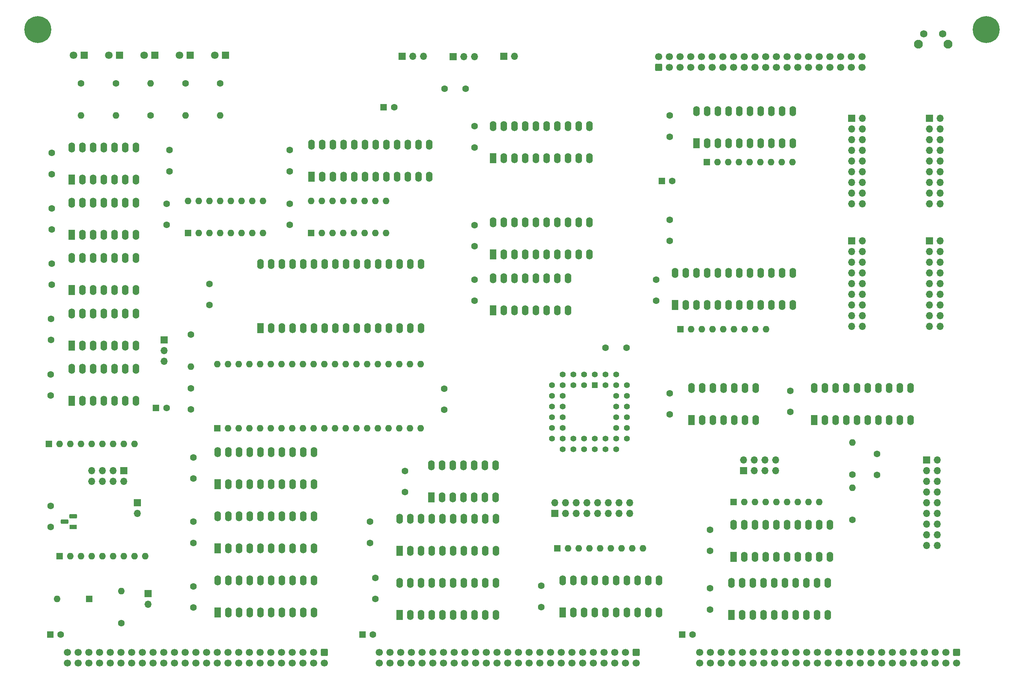
<source format=gbr>
%TF.GenerationSoftware,KiCad,Pcbnew,(6.0.11)*%
%TF.CreationDate,2023-12-30T19:43:09-06:00*%
%TF.ProjectId,processor.6809,70726f63-6573-4736-9f72-2e363830392e,v1.00*%
%TF.SameCoordinates,Original*%
%TF.FileFunction,Soldermask,Top*%
%TF.FilePolarity,Negative*%
%FSLAX46Y46*%
G04 Gerber Fmt 4.6, Leading zero omitted, Abs format (unit mm)*
G04 Created by KiCad (PCBNEW (6.0.11)) date 2023-12-30 19:43:09*
%MOMM*%
%LPD*%
G01*
G04 APERTURE LIST*
G04 Aperture macros list*
%AMRoundRect*
0 Rectangle with rounded corners*
0 $1 Rounding radius*
0 $2 $3 $4 $5 $6 $7 $8 $9 X,Y pos of 4 corners*
0 Add a 4 corners polygon primitive as box body*
4,1,4,$2,$3,$4,$5,$6,$7,$8,$9,$2,$3,0*
0 Add four circle primitives for the rounded corners*
1,1,$1+$1,$2,$3*
1,1,$1+$1,$4,$5*
1,1,$1+$1,$6,$7*
1,1,$1+$1,$8,$9*
0 Add four rect primitives between the rounded corners*
20,1,$1+$1,$2,$3,$4,$5,0*
20,1,$1+$1,$4,$5,$6,$7,0*
20,1,$1+$1,$6,$7,$8,$9,0*
20,1,$1+$1,$8,$9,$2,$3,0*%
G04 Aperture macros list end*
%ADD10RoundRect,0.250000X-0.600000X0.600000X-0.600000X-0.600000X0.600000X-0.600000X0.600000X0.600000X0*%
%ADD11C,1.700000*%
%ADD12C,1.600000*%
%ADD13R,1.600000X1.600000*%
%ADD14R,1.800000X1.800000*%
%ADD15C,1.800000*%
%ADD16O,1.600000X1.600000*%
%ADD17R,1.600000X2.400000*%
%ADD18O,1.600000X2.400000*%
%ADD19R,1.800000X1.100000*%
%ADD20RoundRect,0.275000X0.625000X-0.275000X0.625000X0.275000X-0.625000X0.275000X-0.625000X-0.275000X0*%
%ADD21C,6.400000*%
%ADD22RoundRect,0.250000X0.600000X-0.600000X0.600000X0.600000X-0.600000X0.600000X-0.600000X-0.600000X0*%
%ADD23R,1.422400X1.422400*%
%ADD24C,1.422400*%
%ADD25R,1.700000X1.700000*%
%ADD26O,1.700000X1.700000*%
%ADD27C,2.100000*%
%ADD28C,1.750000*%
G04 APERTURE END LIST*
D10*
%TO.C,P1*%
X108000000Y-223000000D03*
D11*
X108000000Y-225540000D03*
X105460000Y-223000000D03*
X105460000Y-225540000D03*
X102920000Y-223000000D03*
X102920000Y-225540000D03*
X100380000Y-223000000D03*
X100380000Y-225540000D03*
X97840000Y-223000000D03*
X97840000Y-225540000D03*
X95300000Y-223000000D03*
X95300000Y-225540000D03*
X92760000Y-223000000D03*
X92760000Y-225540000D03*
X90220000Y-223000000D03*
X90220000Y-225540000D03*
X87680000Y-223000000D03*
X87680000Y-225540000D03*
X85140000Y-223000000D03*
X85140000Y-225540000D03*
X82600000Y-223000000D03*
X82600000Y-225540000D03*
X80060000Y-223000000D03*
X80060000Y-225540000D03*
X77520000Y-223000000D03*
X77520000Y-225540000D03*
X74980000Y-223000000D03*
X74980000Y-225540000D03*
X72440000Y-223000000D03*
X72440000Y-225540000D03*
X69900000Y-223000000D03*
X69900000Y-225540000D03*
X67360000Y-223000000D03*
X67360000Y-225540000D03*
X64820000Y-223000000D03*
X64820000Y-225540000D03*
X62280000Y-223000000D03*
X62280000Y-225540000D03*
X59740000Y-223000000D03*
X59740000Y-225540000D03*
X57200000Y-223000000D03*
X57200000Y-225540000D03*
X54660000Y-223000000D03*
X54660000Y-225540000D03*
X52120000Y-223000000D03*
X52120000Y-225540000D03*
X49580000Y-223000000D03*
X49580000Y-225540000D03*
X47040000Y-223000000D03*
X47040000Y-225540000D03*
%TD*%
D12*
%TO.C,C2*%
X127075000Y-179875000D03*
X127075000Y-184875000D03*
%TD*%
%TO.C,C3*%
X43255000Y-130605000D03*
X43255000Y-135605000D03*
%TD*%
%TO.C,C4*%
X174700000Y-150625000D03*
X179700000Y-150625000D03*
%TD*%
%TO.C,C5*%
X76910000Y-191940000D03*
X76910000Y-196940000D03*
%TD*%
%TO.C,C6*%
X43000000Y-156900000D03*
X43000000Y-161900000D03*
%TD*%
%TO.C,C8*%
X159460000Y-207180000D03*
X159460000Y-212180000D03*
%TD*%
%TO.C,C9*%
X199465000Y-193845000D03*
X199465000Y-198845000D03*
%TD*%
%TO.C,C10*%
X76910000Y-207270000D03*
X76910000Y-212270000D03*
%TD*%
%TO.C,C11*%
X43255000Y-117457500D03*
X43255000Y-122457500D03*
%TD*%
%TO.C,C14*%
X189940000Y-120185000D03*
X189940000Y-125185000D03*
%TD*%
%TO.C,C15*%
X143600000Y-134400000D03*
X143600000Y-139400000D03*
%TD*%
D13*
%TO.C,C25*%
X42929600Y-218750000D03*
D12*
X45429600Y-218750000D03*
%TD*%
D13*
%TO.C,C26*%
X68019900Y-164900000D03*
D12*
X70519900Y-164900000D03*
%TD*%
%TO.C,C17*%
X80720000Y-135390000D03*
X80720000Y-140390000D03*
%TD*%
%TO.C,C20*%
X120090000Y-205315000D03*
X120090000Y-210315000D03*
%TD*%
%TO.C,C21*%
X76910000Y-176660000D03*
X76910000Y-181660000D03*
%TD*%
%TO.C,C22*%
X99770000Y-116375000D03*
X99770000Y-121375000D03*
%TD*%
%TO.C,C23*%
X136385000Y-165310000D03*
X136385000Y-160310000D03*
%TD*%
D13*
%TO.C,C27*%
X117000000Y-218750000D03*
D12*
X119500000Y-218750000D03*
%TD*%
D13*
%TO.C,C28*%
X192884700Y-218750000D03*
D12*
X195384700Y-218750000D03*
%TD*%
D13*
%TO.C,C29*%
X188044900Y-111000000D03*
D12*
X190544900Y-111000000D03*
%TD*%
D14*
%TO.C,D4*%
X67755000Y-81065000D03*
D15*
X65215000Y-81065000D03*
%TD*%
D13*
%TO.C,D6*%
X52145000Y-210315000D03*
D16*
X44525000Y-210315000D03*
%TD*%
D14*
%TO.C,D2*%
X76132500Y-81065000D03*
D15*
X73592500Y-81065000D03*
%TD*%
D12*
%TO.C,R5*%
X58495000Y-87760000D03*
D16*
X58495000Y-95380000D03*
%TD*%
D12*
%TO.C,R6*%
X76275000Y-147450000D03*
D16*
X76275000Y-155070000D03*
%TD*%
D17*
%TO.C,U4*%
X48000000Y-163200000D03*
D18*
X50540000Y-163200000D03*
X53080000Y-163200000D03*
X55620000Y-163200000D03*
X58160000Y-163200000D03*
X60700000Y-163200000D03*
X63240000Y-163200000D03*
X63240000Y-155580000D03*
X60700000Y-155580000D03*
X58160000Y-155580000D03*
X55620000Y-155580000D03*
X53080000Y-155580000D03*
X50540000Y-155580000D03*
X48000000Y-155580000D03*
%TD*%
D17*
%TO.C,U5*%
X92785000Y-145925000D03*
D18*
X95325000Y-145925000D03*
X97865000Y-145925000D03*
X100405000Y-145925000D03*
X102945000Y-145925000D03*
X105485000Y-145925000D03*
X108025000Y-145925000D03*
X110565000Y-145925000D03*
X113105000Y-145925000D03*
X115645000Y-145925000D03*
X118185000Y-145925000D03*
X120725000Y-145925000D03*
X123265000Y-145925000D03*
X125805000Y-145925000D03*
X128345000Y-145925000D03*
X130885000Y-145925000D03*
X130885000Y-130685000D03*
X128345000Y-130685000D03*
X125805000Y-130685000D03*
X123265000Y-130685000D03*
X120725000Y-130685000D03*
X118185000Y-130685000D03*
X115645000Y-130685000D03*
X113105000Y-130685000D03*
X110565000Y-130685000D03*
X108025000Y-130685000D03*
X105485000Y-130685000D03*
X102945000Y-130685000D03*
X100405000Y-130685000D03*
X97865000Y-130685000D03*
X95325000Y-130685000D03*
X92785000Y-130685000D03*
%TD*%
D17*
%TO.C,U6*%
X82630000Y-198240000D03*
D18*
X85170000Y-198240000D03*
X87710000Y-198240000D03*
X90250000Y-198240000D03*
X92790000Y-198240000D03*
X95330000Y-198240000D03*
X97870000Y-198240000D03*
X100410000Y-198240000D03*
X102950000Y-198240000D03*
X105490000Y-198240000D03*
X105490000Y-190620000D03*
X102950000Y-190620000D03*
X100410000Y-190620000D03*
X97870000Y-190620000D03*
X95330000Y-190620000D03*
X92790000Y-190620000D03*
X90250000Y-190620000D03*
X87710000Y-190620000D03*
X85170000Y-190620000D03*
X82630000Y-190620000D03*
%TD*%
D17*
%TO.C,U8*%
X164540000Y-213480000D03*
D18*
X167080000Y-213480000D03*
X169620000Y-213480000D03*
X172160000Y-213480000D03*
X174700000Y-213480000D03*
X177240000Y-213480000D03*
X179780000Y-213480000D03*
X182320000Y-213480000D03*
X184860000Y-213480000D03*
X187400000Y-213480000D03*
X187400000Y-205860000D03*
X184860000Y-205860000D03*
X182320000Y-205860000D03*
X179780000Y-205860000D03*
X177240000Y-205860000D03*
X174700000Y-205860000D03*
X172160000Y-205860000D03*
X169620000Y-205860000D03*
X167080000Y-205860000D03*
X164540000Y-205860000D03*
%TD*%
D19*
%TO.C,U15*%
X48400000Y-193200000D03*
D20*
X46330000Y-191930000D03*
X48400000Y-190660000D03*
%TD*%
D17*
%TO.C,U1*%
X48000000Y-150052500D03*
D18*
X50540000Y-150052500D03*
X53080000Y-150052500D03*
X55620000Y-150052500D03*
X58160000Y-150052500D03*
X60700000Y-150052500D03*
X63240000Y-150052500D03*
X63240000Y-142432500D03*
X60700000Y-142432500D03*
X58160000Y-142432500D03*
X55620000Y-142432500D03*
X53080000Y-142432500D03*
X50540000Y-142432500D03*
X48000000Y-142432500D03*
%TD*%
D10*
%TO.C,P2*%
X182000000Y-223000000D03*
D11*
X182000000Y-225540000D03*
X179460000Y-223000000D03*
X179460000Y-225540000D03*
X176920000Y-223000000D03*
X176920000Y-225540000D03*
X174380000Y-223000000D03*
X174380000Y-225540000D03*
X171840000Y-223000000D03*
X171840000Y-225540000D03*
X169300000Y-223000000D03*
X169300000Y-225540000D03*
X166760000Y-223000000D03*
X166760000Y-225540000D03*
X164220000Y-223000000D03*
X164220000Y-225540000D03*
X161680000Y-223000000D03*
X161680000Y-225540000D03*
X159140000Y-223000000D03*
X159140000Y-225540000D03*
X156600000Y-223000000D03*
X156600000Y-225540000D03*
X154060000Y-223000000D03*
X154060000Y-225540000D03*
X151520000Y-223000000D03*
X151520000Y-225540000D03*
X148980000Y-223000000D03*
X148980000Y-225540000D03*
X146440000Y-223000000D03*
X146440000Y-225540000D03*
X143900000Y-223000000D03*
X143900000Y-225540000D03*
X141360000Y-223000000D03*
X141360000Y-225540000D03*
X138820000Y-223000000D03*
X138820000Y-225540000D03*
X136280000Y-223000000D03*
X136280000Y-225540000D03*
X133740000Y-223000000D03*
X133740000Y-225540000D03*
X131200000Y-223000000D03*
X131200000Y-225540000D03*
X128660000Y-223000000D03*
X128660000Y-225540000D03*
X126120000Y-223000000D03*
X126120000Y-225540000D03*
X123580000Y-223000000D03*
X123580000Y-225540000D03*
X121040000Y-223000000D03*
X121040000Y-225540000D03*
%TD*%
D21*
%TO.C,H2*%
X265000000Y-75000000D03*
%TD*%
D13*
%TO.C,RN1*%
X42620000Y-173485000D03*
D16*
X45160000Y-173485000D03*
X47700000Y-173485000D03*
X50240000Y-173485000D03*
X52780000Y-173485000D03*
X55320000Y-173485000D03*
X57860000Y-173485000D03*
X60400000Y-173485000D03*
X62940000Y-173485000D03*
%TD*%
D17*
%TO.C,U11*%
X204550000Y-214115000D03*
D18*
X207090000Y-214115000D03*
X209630000Y-214115000D03*
X212170000Y-214115000D03*
X214710000Y-214115000D03*
X217250000Y-214115000D03*
X219790000Y-214115000D03*
X222330000Y-214115000D03*
X224870000Y-214115000D03*
X227410000Y-214115000D03*
X227410000Y-206495000D03*
X224870000Y-206495000D03*
X222330000Y-206495000D03*
X219790000Y-206495000D03*
X217250000Y-206495000D03*
X214710000Y-206495000D03*
X212170000Y-206495000D03*
X209630000Y-206495000D03*
X207090000Y-206495000D03*
X204550000Y-206495000D03*
%TD*%
D12*
%TO.C,C19*%
X43000000Y-188200000D03*
X43000000Y-193200000D03*
%TD*%
%TO.C,C18*%
X43125000Y-143752500D03*
X43125000Y-148752500D03*
%TD*%
%TO.C,C12*%
X76275000Y-160230000D03*
X76275000Y-165230000D03*
%TD*%
%TO.C,C16*%
X199465000Y-207775000D03*
X199465000Y-212775000D03*
%TD*%
D17*
%TO.C,U3*%
X104915000Y-109985000D03*
D18*
X107455000Y-109985000D03*
X109995000Y-109985000D03*
X112535000Y-109985000D03*
X115075000Y-109985000D03*
X117615000Y-109985000D03*
X120155000Y-109985000D03*
X122695000Y-109985000D03*
X125235000Y-109985000D03*
X127775000Y-109985000D03*
X130315000Y-109985000D03*
X132855000Y-109985000D03*
X132855000Y-102365000D03*
X130315000Y-102365000D03*
X127775000Y-102365000D03*
X125235000Y-102365000D03*
X122695000Y-102365000D03*
X120155000Y-102365000D03*
X117615000Y-102365000D03*
X115075000Y-102365000D03*
X112535000Y-102365000D03*
X109995000Y-102365000D03*
X107455000Y-102365000D03*
X104915000Y-102365000D03*
%TD*%
D21*
%TO.C,H1*%
X40000000Y-75000000D03*
%TD*%
D14*
%TO.C,D7*%
X51000000Y-81065000D03*
D15*
X48460000Y-81065000D03*
%TD*%
D10*
%TO.C,P3*%
X258000000Y-223000000D03*
D11*
X258000000Y-225540000D03*
X255460000Y-223000000D03*
X255460000Y-225540000D03*
X252920000Y-223000000D03*
X252920000Y-225540000D03*
X250380000Y-223000000D03*
X250380000Y-225540000D03*
X247840000Y-223000000D03*
X247840000Y-225540000D03*
X245300000Y-223000000D03*
X245300000Y-225540000D03*
X242760000Y-223000000D03*
X242760000Y-225540000D03*
X240220000Y-223000000D03*
X240220000Y-225540000D03*
X237680000Y-223000000D03*
X237680000Y-225540000D03*
X235140000Y-223000000D03*
X235140000Y-225540000D03*
X232600000Y-223000000D03*
X232600000Y-225540000D03*
X230060000Y-223000000D03*
X230060000Y-225540000D03*
X227520000Y-223000000D03*
X227520000Y-225540000D03*
X224980000Y-223000000D03*
X224980000Y-225540000D03*
X222440000Y-223000000D03*
X222440000Y-225540000D03*
X219900000Y-223000000D03*
X219900000Y-225540000D03*
X217360000Y-223000000D03*
X217360000Y-225540000D03*
X214820000Y-223000000D03*
X214820000Y-225540000D03*
X212280000Y-223000000D03*
X212280000Y-225540000D03*
X209740000Y-223000000D03*
X209740000Y-225540000D03*
X207200000Y-223000000D03*
X207200000Y-225540000D03*
X204660000Y-223000000D03*
X204660000Y-225540000D03*
X202120000Y-223000000D03*
X202120000Y-225540000D03*
X199580000Y-223000000D03*
X199580000Y-225540000D03*
X197040000Y-223000000D03*
X197040000Y-225540000D03*
%TD*%
D17*
%TO.C,U13*%
X48000000Y-136905000D03*
D18*
X50540000Y-136905000D03*
X53080000Y-136905000D03*
X55620000Y-136905000D03*
X58160000Y-136905000D03*
X60700000Y-136905000D03*
X63240000Y-136905000D03*
X63240000Y-129285000D03*
X60700000Y-129285000D03*
X58160000Y-129285000D03*
X55620000Y-129285000D03*
X53080000Y-129285000D03*
X50540000Y-129285000D03*
X48000000Y-129285000D03*
%TD*%
D12*
%TO.C,C36*%
X189940000Y-95420000D03*
X189940000Y-100420000D03*
%TD*%
%TO.C,C38*%
X143600000Y-121455000D03*
X143600000Y-126455000D03*
%TD*%
D13*
%TO.C,C46*%
X122059900Y-93475000D03*
D12*
X124559900Y-93475000D03*
%TD*%
D17*
%TO.C,U19*%
X148020000Y-141725000D03*
D18*
X150560000Y-141725000D03*
X153100000Y-141725000D03*
X155640000Y-141725000D03*
X158180000Y-141725000D03*
X160720000Y-141725000D03*
X163260000Y-141725000D03*
X165800000Y-141725000D03*
X165800000Y-134105000D03*
X163260000Y-134105000D03*
X160720000Y-134105000D03*
X158180000Y-134105000D03*
X155640000Y-134105000D03*
X153100000Y-134105000D03*
X150560000Y-134105000D03*
X148020000Y-134105000D03*
%TD*%
D17*
%TO.C,U7*%
X133410000Y-186175000D03*
D18*
X135950000Y-186175000D03*
X138490000Y-186175000D03*
X141030000Y-186175000D03*
X143570000Y-186175000D03*
X146110000Y-186175000D03*
X148650000Y-186175000D03*
X148650000Y-178555000D03*
X146110000Y-178555000D03*
X143570000Y-178555000D03*
X141030000Y-178555000D03*
X138490000Y-178555000D03*
X135950000Y-178555000D03*
X133410000Y-178555000D03*
%TD*%
D14*
%TO.C,D9*%
X84510000Y-81065000D03*
D15*
X81970000Y-81065000D03*
%TD*%
D13*
%TO.C,RN4*%
X45145000Y-200155000D03*
D16*
X47685000Y-200155000D03*
X50225000Y-200155000D03*
X52765000Y-200155000D03*
X55305000Y-200155000D03*
X57845000Y-200155000D03*
X60385000Y-200155000D03*
X62925000Y-200155000D03*
X65465000Y-200155000D03*
%TD*%
D22*
%TO.C,J11*%
X187350000Y-83917500D03*
D11*
X187350000Y-81377500D03*
X189890000Y-83917500D03*
X189890000Y-81377500D03*
X192430000Y-83917500D03*
X192430000Y-81377500D03*
X194970000Y-83917500D03*
X194970000Y-81377500D03*
X197510000Y-83917500D03*
X197510000Y-81377500D03*
X200050000Y-83917500D03*
X200050000Y-81377500D03*
X202590000Y-83917500D03*
X202590000Y-81377500D03*
X205130000Y-83917500D03*
X205130000Y-81377500D03*
X207670000Y-83917500D03*
X207670000Y-81377500D03*
X210210000Y-83917500D03*
X210210000Y-81377500D03*
X212750000Y-83917500D03*
X212750000Y-81377500D03*
X215290000Y-83917500D03*
X215290000Y-81377500D03*
X217830000Y-83917500D03*
X217830000Y-81377500D03*
X220370000Y-83917500D03*
X220370000Y-81377500D03*
X222910000Y-83917500D03*
X222910000Y-81377500D03*
X225450000Y-83917500D03*
X225450000Y-81377500D03*
X227990000Y-83917500D03*
X227990000Y-81377500D03*
X230530000Y-83917500D03*
X230530000Y-81377500D03*
X233070000Y-83917500D03*
X233070000Y-81377500D03*
X235610000Y-83917500D03*
X235610000Y-81377500D03*
%TD*%
D13*
%TO.C,RN5*%
X198705000Y-106500000D03*
D16*
X201245000Y-106500000D03*
X203785000Y-106500000D03*
X206325000Y-106500000D03*
X208865000Y-106500000D03*
X211405000Y-106500000D03*
X213945000Y-106500000D03*
X216485000Y-106500000D03*
X219025000Y-106500000D03*
%TD*%
D17*
%TO.C,U31*%
X196305000Y-102000000D03*
D18*
X198845000Y-102000000D03*
X201385000Y-102000000D03*
X203925000Y-102000000D03*
X206465000Y-102000000D03*
X209005000Y-102000000D03*
X211545000Y-102000000D03*
X214085000Y-102000000D03*
X216625000Y-102000000D03*
X219165000Y-102000000D03*
X219165000Y-94380000D03*
X216625000Y-94380000D03*
X214085000Y-94380000D03*
X211545000Y-94380000D03*
X209005000Y-94380000D03*
X206465000Y-94380000D03*
X203925000Y-94380000D03*
X201385000Y-94380000D03*
X198845000Y-94380000D03*
X196305000Y-94380000D03*
%TD*%
D17*
%TO.C,U33*%
X148035000Y-105530000D03*
D18*
X150575000Y-105530000D03*
X153115000Y-105530000D03*
X155655000Y-105530000D03*
X158195000Y-105530000D03*
X160735000Y-105530000D03*
X163275000Y-105530000D03*
X165815000Y-105530000D03*
X168355000Y-105530000D03*
X170895000Y-105530000D03*
X170895000Y-97910000D03*
X168355000Y-97910000D03*
X165815000Y-97910000D03*
X163275000Y-97910000D03*
X160735000Y-97910000D03*
X158195000Y-97910000D03*
X155655000Y-97910000D03*
X153115000Y-97910000D03*
X150575000Y-97910000D03*
X148035000Y-97910000D03*
%TD*%
D23*
%TO.C,U20*%
X172160000Y-159515000D03*
D24*
X169620000Y-156975000D03*
X169620000Y-159515000D03*
X167080000Y-156975000D03*
X167080000Y-159515000D03*
X164540000Y-156975000D03*
X162000000Y-159515000D03*
X164540000Y-159515000D03*
X162000000Y-162055000D03*
X164540000Y-162055000D03*
X162000000Y-164595000D03*
X164540000Y-164595000D03*
X162000000Y-167135000D03*
X164540000Y-167135000D03*
X162000000Y-169675000D03*
X164540000Y-169675000D03*
X162000000Y-172215000D03*
X164540000Y-174755000D03*
X164540000Y-172215000D03*
X167080000Y-174755000D03*
X167080000Y-172215000D03*
X169620000Y-174755000D03*
X169620000Y-172215000D03*
X172160000Y-174755000D03*
X172160000Y-172215000D03*
X174700000Y-174755000D03*
X174700000Y-172215000D03*
X177240000Y-174755000D03*
X179780000Y-172215000D03*
X177240000Y-172215000D03*
X179780000Y-169675000D03*
X177240000Y-169675000D03*
X179780000Y-167135000D03*
X177240000Y-167135000D03*
X179780000Y-164595000D03*
X177240000Y-164595000D03*
X179780000Y-162055000D03*
X177240000Y-162055000D03*
X179780000Y-159515000D03*
X177240000Y-156975000D03*
X177240000Y-159515000D03*
X174700000Y-156975000D03*
X174700000Y-159515000D03*
X172160000Y-156975000D03*
%TD*%
D12*
%TO.C,C37*%
X118820000Y-191940000D03*
X118820000Y-196940000D03*
%TD*%
D25*
%TO.C,JP10*%
X207500000Y-179775000D03*
D26*
X207500000Y-177235000D03*
X210040000Y-179775000D03*
X210040000Y-177235000D03*
X212580000Y-179775000D03*
X212580000Y-177235000D03*
X215120000Y-179775000D03*
X215120000Y-177235000D03*
%TD*%
D13*
%TO.C,RN8*%
X205075000Y-187250000D03*
D16*
X207615000Y-187250000D03*
X210155000Y-187250000D03*
X212695000Y-187250000D03*
X215235000Y-187250000D03*
X217775000Y-187250000D03*
X220315000Y-187250000D03*
X222855000Y-187250000D03*
X225395000Y-187250000D03*
%TD*%
D17*
%TO.C,U9*%
X191205000Y-140455000D03*
D18*
X193745000Y-140455000D03*
X196285000Y-140455000D03*
X198825000Y-140455000D03*
X201365000Y-140455000D03*
X203905000Y-140455000D03*
X206445000Y-140455000D03*
X208985000Y-140455000D03*
X211525000Y-140455000D03*
X214065000Y-140455000D03*
X216605000Y-140455000D03*
X219145000Y-140455000D03*
X219145000Y-132835000D03*
X216605000Y-132835000D03*
X214065000Y-132835000D03*
X211525000Y-132835000D03*
X208985000Y-132835000D03*
X206445000Y-132835000D03*
X203905000Y-132835000D03*
X201365000Y-132835000D03*
X198825000Y-132835000D03*
X196285000Y-132835000D03*
X193745000Y-132835000D03*
X191205000Y-132835000D03*
%TD*%
D17*
%TO.C,U10*%
X125810000Y-214115000D03*
D18*
X128350000Y-214115000D03*
X130890000Y-214115000D03*
X133430000Y-214115000D03*
X135970000Y-214115000D03*
X138510000Y-214115000D03*
X141050000Y-214115000D03*
X143590000Y-214115000D03*
X146130000Y-214115000D03*
X148670000Y-214115000D03*
X148670000Y-206495000D03*
X146130000Y-206495000D03*
X143590000Y-206495000D03*
X141050000Y-206495000D03*
X138510000Y-206495000D03*
X135970000Y-206495000D03*
X133430000Y-206495000D03*
X130890000Y-206495000D03*
X128350000Y-206495000D03*
X125810000Y-206495000D03*
%TD*%
D17*
%TO.C,U12*%
X205075000Y-200250000D03*
D18*
X207615000Y-200250000D03*
X210155000Y-200250000D03*
X212695000Y-200250000D03*
X215235000Y-200250000D03*
X217775000Y-200250000D03*
X220315000Y-200250000D03*
X222855000Y-200250000D03*
X225395000Y-200250000D03*
X227935000Y-200250000D03*
X227935000Y-192630000D03*
X225395000Y-192630000D03*
X222855000Y-192630000D03*
X220315000Y-192630000D03*
X217775000Y-192630000D03*
X215235000Y-192630000D03*
X212695000Y-192630000D03*
X210155000Y-192630000D03*
X207615000Y-192630000D03*
X205075000Y-192630000D03*
%TD*%
D12*
%TO.C,C30*%
X239125000Y-175800000D03*
X239125000Y-180800000D03*
%TD*%
%TO.C,C31*%
X143600000Y-97960000D03*
X143600000Y-102960000D03*
%TD*%
%TO.C,C32*%
X99770000Y-103635000D03*
X99770000Y-108635000D03*
%TD*%
%TO.C,C33*%
X71195000Y-103635000D03*
X71195000Y-108635000D03*
%TD*%
%TO.C,C34*%
X43255000Y-104310000D03*
X43255000Y-109310000D03*
%TD*%
%TO.C,C35*%
X136500000Y-89000000D03*
X141500000Y-89000000D03*
%TD*%
D17*
%TO.C,U14*%
X82630000Y-213480000D03*
D18*
X85170000Y-213480000D03*
X87710000Y-213480000D03*
X90250000Y-213480000D03*
X92790000Y-213480000D03*
X95330000Y-213480000D03*
X97870000Y-213480000D03*
X100410000Y-213480000D03*
X102950000Y-213480000D03*
X105490000Y-213480000D03*
X105490000Y-205860000D03*
X102950000Y-205860000D03*
X100410000Y-205860000D03*
X97870000Y-205860000D03*
X95330000Y-205860000D03*
X92790000Y-205860000D03*
X90250000Y-205860000D03*
X87710000Y-205860000D03*
X85170000Y-205860000D03*
X82630000Y-205860000D03*
%TD*%
D17*
%TO.C,U2*%
X148035000Y-128390000D03*
D18*
X150575000Y-128390000D03*
X153115000Y-128390000D03*
X155655000Y-128390000D03*
X158195000Y-128390000D03*
X160735000Y-128390000D03*
X163275000Y-128390000D03*
X165815000Y-128390000D03*
X168355000Y-128390000D03*
X170895000Y-128390000D03*
X170895000Y-120770000D03*
X168355000Y-120770000D03*
X165815000Y-120770000D03*
X163275000Y-120770000D03*
X160735000Y-120770000D03*
X158195000Y-120770000D03*
X155655000Y-120770000D03*
X153115000Y-120770000D03*
X150575000Y-120770000D03*
X148035000Y-120770000D03*
%TD*%
D14*
%TO.C,D3*%
X59377500Y-81065000D03*
D15*
X56837500Y-81065000D03*
%TD*%
D12*
%TO.C,R4*%
X75005000Y-87760000D03*
D16*
X75005000Y-95380000D03*
%TD*%
D27*
%TO.C,SW1*%
X255985000Y-78452500D03*
X248975000Y-78452500D03*
D28*
X250225000Y-75962500D03*
X254725000Y-75962500D03*
%TD*%
D12*
%TO.C,C39*%
X70560000Y-116375000D03*
X70560000Y-121375000D03*
%TD*%
D17*
%TO.C,U18*%
X195080000Y-167735000D03*
D18*
X197620000Y-167735000D03*
X200160000Y-167735000D03*
X202700000Y-167735000D03*
X205240000Y-167735000D03*
X207780000Y-167735000D03*
X210320000Y-167735000D03*
X210320000Y-160115000D03*
X207780000Y-160115000D03*
X205240000Y-160115000D03*
X202700000Y-160115000D03*
X200160000Y-160115000D03*
X197620000Y-160115000D03*
X195080000Y-160115000D03*
%TD*%
D12*
%TO.C,C13*%
X189940000Y-161420000D03*
X189940000Y-166420000D03*
%TD*%
%TO.C,C24*%
X186750000Y-134400000D03*
X186750000Y-139400000D03*
%TD*%
%TO.C,R8*%
X66750000Y-95380000D03*
D16*
X66750000Y-87760000D03*
%TD*%
D25*
%TO.C,JP3*%
X150565000Y-81340000D03*
D26*
X153105000Y-81340000D03*
%TD*%
D17*
%TO.C,U22*%
X125810000Y-198875000D03*
D18*
X128350000Y-198875000D03*
X130890000Y-198875000D03*
X133430000Y-198875000D03*
X135970000Y-198875000D03*
X138510000Y-198875000D03*
X141050000Y-198875000D03*
X143590000Y-198875000D03*
X146130000Y-198875000D03*
X148670000Y-198875000D03*
X148670000Y-191255000D03*
X146130000Y-191255000D03*
X143590000Y-191255000D03*
X141050000Y-191255000D03*
X138510000Y-191255000D03*
X135970000Y-191255000D03*
X133430000Y-191255000D03*
X130890000Y-191255000D03*
X128350000Y-191255000D03*
X125810000Y-191255000D03*
%TD*%
D12*
%TO.C,R12*%
X83260000Y-87760000D03*
D16*
X83260000Y-95380000D03*
%TD*%
D25*
%TO.C,J9*%
X250900000Y-177295000D03*
D26*
X253440000Y-177295000D03*
X250900000Y-179835000D03*
X253440000Y-179835000D03*
X250900000Y-182375000D03*
X253440000Y-182375000D03*
X250900000Y-184915000D03*
X253440000Y-184915000D03*
X250900000Y-187455000D03*
X253440000Y-187455000D03*
X250900000Y-189995000D03*
X253440000Y-189995000D03*
X250900000Y-192535000D03*
X253440000Y-192535000D03*
X250900000Y-195075000D03*
X253440000Y-195075000D03*
X250900000Y-197615000D03*
X253440000Y-197615000D03*
%TD*%
D25*
%TO.C,JP1*%
X63575000Y-187455000D03*
D26*
X63575000Y-189995000D03*
%TD*%
D25*
%TO.C,J7*%
X233115000Y-96025000D03*
D26*
X235655000Y-96025000D03*
X233115000Y-98565000D03*
X235655000Y-98565000D03*
X233115000Y-101105000D03*
X235655000Y-101105000D03*
X233115000Y-103645000D03*
X235655000Y-103645000D03*
X233115000Y-106185000D03*
X235655000Y-106185000D03*
X233115000Y-108725000D03*
X235655000Y-108725000D03*
X233115000Y-111265000D03*
X235655000Y-111265000D03*
X233115000Y-113805000D03*
X235655000Y-113805000D03*
X233115000Y-116345000D03*
X235655000Y-116345000D03*
%TD*%
D25*
%TO.C,J10*%
X69925000Y-148735000D03*
D26*
X69925000Y-151275000D03*
X69925000Y-153815000D03*
%TD*%
D12*
%TO.C,R3*%
X233250000Y-191500000D03*
D16*
X233250000Y-183880000D03*
%TD*%
D25*
%TO.C,J3*%
X126455000Y-81340000D03*
D26*
X128995000Y-81340000D03*
X131535000Y-81340000D03*
%TD*%
D17*
%TO.C,U17*%
X82630000Y-183000000D03*
D18*
X85170000Y-183000000D03*
X87710000Y-183000000D03*
X90250000Y-183000000D03*
X92790000Y-183000000D03*
X95330000Y-183000000D03*
X97870000Y-183000000D03*
X100410000Y-183000000D03*
X102950000Y-183000000D03*
X105490000Y-183000000D03*
X105490000Y-175380000D03*
X102950000Y-175380000D03*
X100410000Y-175380000D03*
X97870000Y-175380000D03*
X95330000Y-175380000D03*
X92790000Y-175380000D03*
X90250000Y-175380000D03*
X87710000Y-175380000D03*
X85170000Y-175380000D03*
X82630000Y-175380000D03*
%TD*%
D25*
%TO.C,J1*%
X162635000Y-189995000D03*
D26*
X162635000Y-187455000D03*
X165175000Y-189995000D03*
X165175000Y-187455000D03*
X167715000Y-189995000D03*
X167715000Y-187455000D03*
X170255000Y-189995000D03*
X170255000Y-187455000D03*
X172795000Y-189995000D03*
X172795000Y-187455000D03*
X175335000Y-189995000D03*
X175335000Y-187455000D03*
X177875000Y-189995000D03*
X177875000Y-187455000D03*
X180415000Y-189995000D03*
X180415000Y-187455000D03*
%TD*%
D25*
%TO.C,JP4*%
X60390000Y-179830000D03*
D26*
X60390000Y-182370000D03*
X57850000Y-179830000D03*
X57850000Y-182370000D03*
X55310000Y-179830000D03*
X55310000Y-182370000D03*
X52770000Y-179830000D03*
X52770000Y-182370000D03*
%TD*%
D17*
%TO.C,U27*%
X224235000Y-167760000D03*
D18*
X226775000Y-167760000D03*
X229315000Y-167760000D03*
X231855000Y-167760000D03*
X234395000Y-167760000D03*
X236935000Y-167760000D03*
X239475000Y-167760000D03*
X242015000Y-167760000D03*
X244555000Y-167760000D03*
X247095000Y-167760000D03*
X247095000Y-160140000D03*
X244555000Y-160140000D03*
X242015000Y-160140000D03*
X239475000Y-160140000D03*
X236935000Y-160140000D03*
X234395000Y-160140000D03*
X231855000Y-160140000D03*
X229315000Y-160140000D03*
X226775000Y-160140000D03*
X224235000Y-160140000D03*
%TD*%
D12*
%TO.C,C40*%
X218515000Y-160825000D03*
X218515000Y-165825000D03*
%TD*%
D13*
%TO.C,U29*%
X75655000Y-123310000D03*
D16*
X78195000Y-123310000D03*
X80735000Y-123310000D03*
X83275000Y-123310000D03*
X85815000Y-123310000D03*
X88355000Y-123310000D03*
X90895000Y-123310000D03*
X93435000Y-123310000D03*
X93435000Y-115690000D03*
X90895000Y-115690000D03*
X88355000Y-115690000D03*
X85815000Y-115690000D03*
X83275000Y-115690000D03*
X80735000Y-115690000D03*
X78195000Y-115690000D03*
X75655000Y-115690000D03*
%TD*%
D25*
%TO.C,J8*%
X251535000Y-96025000D03*
D26*
X254075000Y-96025000D03*
X251535000Y-98565000D03*
X254075000Y-98565000D03*
X251535000Y-101105000D03*
X254075000Y-101105000D03*
X251535000Y-103645000D03*
X254075000Y-103645000D03*
X251535000Y-106185000D03*
X254075000Y-106185000D03*
X251535000Y-108725000D03*
X254075000Y-108725000D03*
X251535000Y-111265000D03*
X254075000Y-111265000D03*
X251535000Y-113805000D03*
X254075000Y-113805000D03*
X251535000Y-116345000D03*
X254075000Y-116345000D03*
%TD*%
D12*
%TO.C,R7*%
X59765000Y-216030000D03*
D16*
X59765000Y-208410000D03*
%TD*%
D13*
%TO.C,U28*%
X82580000Y-169680000D03*
D16*
X85120000Y-169680000D03*
X87660000Y-169680000D03*
X90200000Y-169680000D03*
X92740000Y-169680000D03*
X95280000Y-169680000D03*
X97820000Y-169680000D03*
X100360000Y-169680000D03*
X102900000Y-169680000D03*
X105440000Y-169680000D03*
X107980000Y-169680000D03*
X110520000Y-169680000D03*
X113060000Y-169680000D03*
X115600000Y-169680000D03*
X118140000Y-169680000D03*
X120680000Y-169680000D03*
X123220000Y-169680000D03*
X125760000Y-169680000D03*
X128300000Y-169680000D03*
X130840000Y-169680000D03*
X130840000Y-154440000D03*
X128300000Y-154440000D03*
X125760000Y-154440000D03*
X123220000Y-154440000D03*
X120680000Y-154440000D03*
X118140000Y-154440000D03*
X115600000Y-154440000D03*
X113060000Y-154440000D03*
X110520000Y-154440000D03*
X107980000Y-154440000D03*
X105440000Y-154440000D03*
X102900000Y-154440000D03*
X100360000Y-154440000D03*
X97820000Y-154440000D03*
X95280000Y-154440000D03*
X92740000Y-154440000D03*
X90200000Y-154440000D03*
X87660000Y-154440000D03*
X85120000Y-154440000D03*
X82580000Y-154440000D03*
%TD*%
D25*
%TO.C,J5*%
X251535000Y-125225000D03*
D26*
X254075000Y-125225000D03*
X251535000Y-127765000D03*
X254075000Y-127765000D03*
X251535000Y-130305000D03*
X254075000Y-130305000D03*
X251535000Y-132845000D03*
X254075000Y-132845000D03*
X251535000Y-135385000D03*
X254075000Y-135385000D03*
X251535000Y-137925000D03*
X254075000Y-137925000D03*
X251535000Y-140465000D03*
X254075000Y-140465000D03*
X251535000Y-143005000D03*
X254075000Y-143005000D03*
X251535000Y-145545000D03*
X254075000Y-145545000D03*
%TD*%
D25*
%TO.C,J4*%
X66115000Y-209040000D03*
D26*
X66115000Y-211580000D03*
%TD*%
D12*
%TO.C,R13*%
X50240000Y-87760000D03*
D16*
X50240000Y-95380000D03*
%TD*%
D13*
%TO.C,RN2*%
X163255000Y-198250000D03*
D16*
X165795000Y-198250000D03*
X168335000Y-198250000D03*
X170875000Y-198250000D03*
X173415000Y-198250000D03*
X175955000Y-198250000D03*
X178495000Y-198250000D03*
X181035000Y-198250000D03*
X183575000Y-198250000D03*
%TD*%
D12*
%TO.C,R2*%
X233250000Y-180750000D03*
D16*
X233250000Y-173130000D03*
%TD*%
D13*
%TO.C,U24*%
X104865000Y-123310000D03*
D16*
X107405000Y-123310000D03*
X109945000Y-123310000D03*
X112485000Y-123310000D03*
X115025000Y-123310000D03*
X117565000Y-123310000D03*
X120105000Y-123310000D03*
X122645000Y-123310000D03*
X122645000Y-115690000D03*
X120105000Y-115690000D03*
X117565000Y-115690000D03*
X115025000Y-115690000D03*
X112485000Y-115690000D03*
X109945000Y-115690000D03*
X107405000Y-115690000D03*
X104865000Y-115690000D03*
%TD*%
D25*
%TO.C,J6*%
X233115000Y-125225000D03*
D26*
X235655000Y-125225000D03*
X233115000Y-127765000D03*
X235655000Y-127765000D03*
X233115000Y-130305000D03*
X235655000Y-130305000D03*
X233115000Y-132845000D03*
X235655000Y-132845000D03*
X233115000Y-135385000D03*
X235655000Y-135385000D03*
X233115000Y-137925000D03*
X235655000Y-137925000D03*
X233115000Y-140465000D03*
X235655000Y-140465000D03*
X233115000Y-143005000D03*
X235655000Y-143005000D03*
X233115000Y-145545000D03*
X235655000Y-145545000D03*
%TD*%
D13*
%TO.C,RN3*%
X192465000Y-146180000D03*
D16*
X195005000Y-146180000D03*
X197545000Y-146180000D03*
X200085000Y-146180000D03*
X202625000Y-146180000D03*
X205165000Y-146180000D03*
X207705000Y-146180000D03*
X210245000Y-146180000D03*
X212785000Y-146180000D03*
%TD*%
D17*
%TO.C,U16*%
X48000000Y-123757500D03*
D18*
X50540000Y-123757500D03*
X53080000Y-123757500D03*
X55620000Y-123757500D03*
X58160000Y-123757500D03*
X60700000Y-123757500D03*
X63240000Y-123757500D03*
X63240000Y-116137500D03*
X60700000Y-116137500D03*
X58160000Y-116137500D03*
X55620000Y-116137500D03*
X53080000Y-116137500D03*
X50540000Y-116137500D03*
X48000000Y-116137500D03*
%TD*%
D17*
%TO.C,U21*%
X48000000Y-110610000D03*
D18*
X50540000Y-110610000D03*
X53080000Y-110610000D03*
X55620000Y-110610000D03*
X58160000Y-110610000D03*
X60700000Y-110610000D03*
X63240000Y-110610000D03*
X63240000Y-102990000D03*
X60700000Y-102990000D03*
X58160000Y-102990000D03*
X55620000Y-102990000D03*
X53080000Y-102990000D03*
X50540000Y-102990000D03*
X48000000Y-102990000D03*
%TD*%
D25*
%TO.C,J2*%
X138505000Y-81410000D03*
D26*
X141045000Y-81410000D03*
X143585000Y-81410000D03*
%TD*%
M02*

</source>
